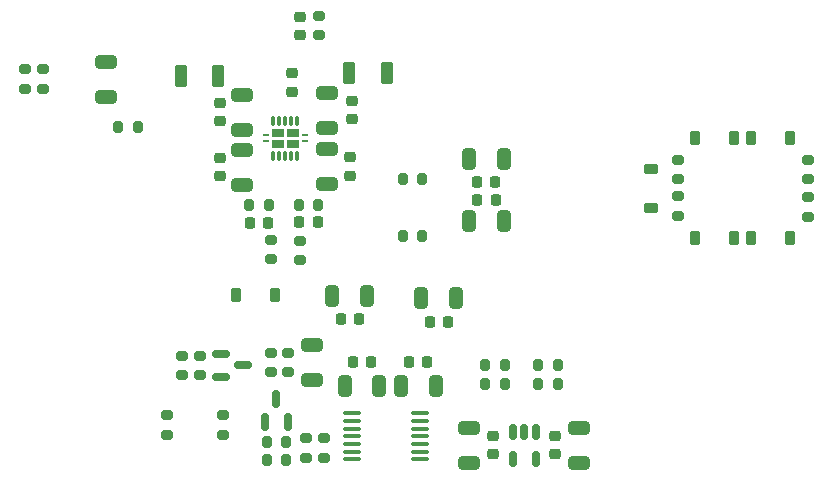
<source format=gbr>
%TF.GenerationSoftware,KiCad,Pcbnew,9.0.0*%
%TF.CreationDate,2025-04-26T17:32:35+02:00*%
%TF.ProjectId,Differential_Probe,44696666-6572-4656-9e74-69616c5f5072,rev?*%
%TF.SameCoordinates,Original*%
%TF.FileFunction,Paste,Bot*%
%TF.FilePolarity,Positive*%
%FSLAX46Y46*%
G04 Gerber Fmt 4.6, Leading zero omitted, Abs format (unit mm)*
G04 Created by KiCad (PCBNEW 9.0.0) date 2025-04-26 17:32:35*
%MOMM*%
%LPD*%
G01*
G04 APERTURE LIST*
G04 Aperture macros list*
%AMRoundRect*
0 Rectangle with rounded corners*
0 $1 Rounding radius*
0 $2 $3 $4 $5 $6 $7 $8 $9 X,Y pos of 4 corners*
0 Add a 4 corners polygon primitive as box body*
4,1,4,$2,$3,$4,$5,$6,$7,$8,$9,$2,$3,0*
0 Add four circle primitives for the rounded corners*
1,1,$1+$1,$2,$3*
1,1,$1+$1,$4,$5*
1,1,$1+$1,$6,$7*
1,1,$1+$1,$8,$9*
0 Add four rect primitives between the rounded corners*
20,1,$1+$1,$2,$3,$4,$5,0*
20,1,$1+$1,$4,$5,$6,$7,0*
20,1,$1+$1,$6,$7,$8,$9,0*
20,1,$1+$1,$8,$9,$2,$3,0*%
G04 Aperture macros list end*
%ADD10RoundRect,0.200000X0.275000X-0.200000X0.275000X0.200000X-0.275000X0.200000X-0.275000X-0.200000X0*%
%ADD11RoundRect,0.200000X-0.275000X0.200000X-0.275000X-0.200000X0.275000X-0.200000X0.275000X0.200000X0*%
%ADD12RoundRect,0.250000X-0.275000X-0.700000X0.275000X-0.700000X0.275000X0.700000X-0.275000X0.700000X0*%
%ADD13RoundRect,0.225000X0.250000X-0.225000X0.250000X0.225000X-0.250000X0.225000X-0.250000X-0.225000X0*%
%ADD14RoundRect,0.250000X0.650000X-0.325000X0.650000X0.325000X-0.650000X0.325000X-0.650000X-0.325000X0*%
%ADD15RoundRect,0.225000X-0.250000X0.225000X-0.250000X-0.225000X0.250000X-0.225000X0.250000X0.225000X0*%
%ADD16RoundRect,0.225000X-0.225000X-0.375000X0.225000X-0.375000X0.225000X0.375000X-0.225000X0.375000X0*%
%ADD17RoundRect,0.250000X-0.325000X-0.650000X0.325000X-0.650000X0.325000X0.650000X-0.325000X0.650000X0*%
%ADD18RoundRect,0.250000X0.275000X0.700000X-0.275000X0.700000X-0.275000X-0.700000X0.275000X-0.700000X0*%
%ADD19RoundRect,0.225000X-0.225000X-0.250000X0.225000X-0.250000X0.225000X0.250000X-0.225000X0.250000X0*%
%ADD20RoundRect,0.200000X-0.200000X-0.275000X0.200000X-0.275000X0.200000X0.275000X-0.200000X0.275000X0*%
%ADD21RoundRect,0.200000X0.200000X0.275000X-0.200000X0.275000X-0.200000X-0.275000X0.200000X-0.275000X0*%
%ADD22RoundRect,0.225000X0.225000X0.250000X-0.225000X0.250000X-0.225000X-0.250000X0.225000X-0.250000X0*%
%ADD23RoundRect,0.225000X0.375000X-0.225000X0.375000X0.225000X-0.375000X0.225000X-0.375000X-0.225000X0*%
%ADD24RoundRect,0.250000X-0.650000X0.325000X-0.650000X-0.325000X0.650000X-0.325000X0.650000X0.325000X0*%
%ADD25RoundRect,0.100000X0.637500X0.100000X-0.637500X0.100000X-0.637500X-0.100000X0.637500X-0.100000X0*%
%ADD26RoundRect,0.250000X0.325000X0.650000X-0.325000X0.650000X-0.325000X-0.650000X0.325000X-0.650000X0*%
%ADD27RoundRect,0.150000X-0.150000X0.512500X-0.150000X-0.512500X0.150000X-0.512500X0.150000X0.512500X0*%
%ADD28RoundRect,0.225000X0.225000X0.375000X-0.225000X0.375000X-0.225000X-0.375000X0.225000X-0.375000X0*%
%ADD29R,0.280000X0.280000*%
%ADD30O,0.280000X0.850000*%
%ADD31R,1.050000X0.680000*%
%ADD32R,0.500000X0.260000*%
%ADD33RoundRect,0.150000X0.150000X-0.587500X0.150000X0.587500X-0.150000X0.587500X-0.150000X-0.587500X0*%
%ADD34RoundRect,0.150000X-0.587500X-0.150000X0.587500X-0.150000X0.587500X0.150000X-0.587500X0.150000X0*%
G04 APERTURE END LIST*
D10*
%TO.C,R140*%
X119500000Y-145875000D03*
X119500000Y-144225000D03*
%TD*%
D11*
%TO.C,R122*%
X169000000Y-125762500D03*
X169000000Y-127412500D03*
%TD*%
D12*
%TO.C,FB103*%
X115925000Y-115500000D03*
X119075000Y-115500000D03*
%TD*%
D13*
%TO.C,C155*%
X147575000Y-147525000D03*
X147575000Y-145975000D03*
%TD*%
D10*
%TO.C,R134*%
X127600000Y-112062500D03*
X127600000Y-110412500D03*
%TD*%
D14*
%TO.C,C157*%
X140325000Y-148237500D03*
X140325000Y-145287500D03*
%TD*%
D15*
%TO.C,C136*%
X130400000Y-117625000D03*
X130400000Y-119175000D03*
%TD*%
D13*
%TO.C,C158*%
X142325000Y-147537500D03*
X142325000Y-145987500D03*
%TD*%
D16*
%TO.C,D103*%
X159450000Y-120750000D03*
X162750000Y-120750000D03*
%TD*%
D17*
%TO.C,C150*%
X128725000Y-134100000D03*
X131675000Y-134100000D03*
%TD*%
D14*
%TO.C,C162*%
X109600000Y-117275000D03*
X109600000Y-114325000D03*
%TD*%
D18*
%TO.C,FB104*%
X133325000Y-115250000D03*
X130175000Y-115250000D03*
%TD*%
D19*
%TO.C,C131*%
X121745000Y-127925000D03*
X123295000Y-127925000D03*
%TD*%
D20*
%TO.C,R130*%
X125895000Y-126425000D03*
X127545000Y-126425000D03*
%TD*%
D10*
%TO.C,R165*%
X126500000Y-147825000D03*
X126500000Y-146175000D03*
%TD*%
D14*
%TO.C,C163*%
X126980000Y-141225000D03*
X126980000Y-138275000D03*
%TD*%
D21*
%TO.C,R154*%
X136325000Y-124200000D03*
X134675000Y-124200000D03*
%TD*%
D13*
%TO.C,C132*%
X125300000Y-116825000D03*
X125300000Y-115275000D03*
%TD*%
D22*
%TO.C,C161*%
X138525000Y-136300000D03*
X136975000Y-136300000D03*
%TD*%
D21*
%TO.C,R127*%
X123345000Y-126395000D03*
X121695000Y-126395000D03*
%TD*%
D23*
%TO.C,D105*%
X155750000Y-126650000D03*
X155750000Y-123350000D03*
%TD*%
D24*
%TO.C,C137*%
X128250000Y-116925000D03*
X128250000Y-119875000D03*
%TD*%
D25*
%TO.C,U104*%
X136112500Y-144050000D03*
X136112500Y-144700000D03*
X136112500Y-145350000D03*
X136112500Y-146000000D03*
X136112500Y-146650000D03*
X136112500Y-147300000D03*
X136112500Y-147950000D03*
X130387500Y-147950000D03*
X130387500Y-147300000D03*
X130387500Y-146650000D03*
X130387500Y-146000000D03*
X130387500Y-145350000D03*
X130387500Y-144700000D03*
X130387500Y-144050000D03*
%TD*%
D26*
%TO.C,C165*%
X137475000Y-141750000D03*
X134525000Y-141750000D03*
%TD*%
D11*
%TO.C,R164*%
X128000000Y-146175000D03*
X128000000Y-147825000D03*
%TD*%
%TO.C,R124*%
X158000000Y-122587500D03*
X158000000Y-124237500D03*
%TD*%
D10*
%TO.C,R162*%
X123500000Y-140575000D03*
X123500000Y-138925000D03*
%TD*%
D13*
%TO.C,C135*%
X130250000Y-123925000D03*
X130250000Y-122375000D03*
%TD*%
D16*
%TO.C,D104*%
X164200000Y-120750000D03*
X167500000Y-120750000D03*
%TD*%
D20*
%TO.C,R157*%
X146150000Y-141600000D03*
X147800000Y-141600000D03*
%TD*%
D24*
%TO.C,C128*%
X121100000Y-117075000D03*
X121100000Y-120025000D03*
%TD*%
D27*
%TO.C,U106*%
X144050000Y-145612500D03*
X145000000Y-145612500D03*
X145950000Y-145612500D03*
X145950000Y-147887500D03*
X144050000Y-147887500D03*
%TD*%
D19*
%TO.C,C164*%
X130475000Y-139750000D03*
X132025000Y-139750000D03*
%TD*%
D11*
%TO.C,R121*%
X158000000Y-125662500D03*
X158000000Y-127312500D03*
%TD*%
D15*
%TO.C,C127*%
X119200000Y-117775000D03*
X119200000Y-119325000D03*
%TD*%
D22*
%TO.C,C166*%
X136775000Y-139750000D03*
X135225000Y-139750000D03*
%TD*%
D11*
%TO.C,R152*%
X104260000Y-114925000D03*
X104260000Y-116575000D03*
%TD*%
D16*
%TO.C,D106*%
X159450000Y-129250000D03*
X162750000Y-129250000D03*
%TD*%
D11*
%TO.C,R151*%
X102750000Y-114925000D03*
X102750000Y-116575000D03*
%TD*%
D17*
%TO.C,C159*%
X129775000Y-141750000D03*
X132725000Y-141750000D03*
%TD*%
D28*
%TO.C,D110*%
X123900000Y-134000000D03*
X120600000Y-134000000D03*
%TD*%
D29*
%TO.C,U101*%
X123750000Y-119015000D03*
D30*
X123750000Y-119300000D03*
D29*
X124250000Y-119015000D03*
D30*
X124250000Y-119300000D03*
D29*
X124750000Y-119015000D03*
D30*
X124750000Y-119300000D03*
D29*
X125250000Y-119015000D03*
D30*
X125250000Y-119300000D03*
D29*
X125750000Y-119015000D03*
D30*
X125750000Y-119300000D03*
X125750000Y-122250000D03*
D29*
X125750000Y-122535000D03*
D30*
X125250000Y-122250000D03*
D29*
X125250000Y-122535000D03*
D30*
X124750000Y-122250000D03*
D29*
X124750000Y-122535000D03*
D30*
X124250000Y-122250000D03*
D29*
X124250000Y-122535000D03*
D30*
X123750000Y-122250000D03*
D29*
X123750000Y-122535000D03*
D31*
X125385000Y-120325000D03*
X124115000Y-120325000D03*
D32*
X126380000Y-120525000D03*
X123120000Y-120525000D03*
X126380000Y-121025000D03*
X123120000Y-121025000D03*
D31*
X125385000Y-121225000D03*
X124115000Y-121225000D03*
%TD*%
D21*
%TO.C,R166*%
X124825000Y-146500000D03*
X123175000Y-146500000D03*
%TD*%
D22*
%TO.C,C156*%
X142525000Y-124500000D03*
X140975000Y-124500000D03*
%TD*%
D13*
%TO.C,C130*%
X119220000Y-124000000D03*
X119220000Y-122450000D03*
%TD*%
D26*
%TO.C,C154*%
X143225000Y-122500000D03*
X140275000Y-122500000D03*
%TD*%
D15*
%TO.C,C144*%
X125952500Y-110462500D03*
X125952500Y-112012500D03*
%TD*%
D11*
%TO.C,R125*%
X169000000Y-122587500D03*
X169000000Y-124237500D03*
%TD*%
D26*
%TO.C,C153*%
X139200000Y-134300000D03*
X136250000Y-134300000D03*
%TD*%
D10*
%TO.C,R129*%
X126000000Y-131075000D03*
X126000000Y-129425000D03*
%TD*%
D33*
%TO.C,Q101*%
X124950000Y-144750000D03*
X123050000Y-144750000D03*
X124000000Y-142875000D03*
%TD*%
D21*
%TO.C,R153*%
X112250000Y-119800000D03*
X110600000Y-119800000D03*
%TD*%
%TO.C,R150*%
X147825000Y-140000000D03*
X146175000Y-140000000D03*
%TD*%
D19*
%TO.C,C133*%
X125945000Y-127885000D03*
X127495000Y-127885000D03*
%TD*%
%TO.C,C152*%
X129450000Y-136100000D03*
X131000000Y-136100000D03*
%TD*%
D10*
%TO.C,R163*%
X125000000Y-140575000D03*
X125000000Y-138925000D03*
%TD*%
D26*
%TO.C,C148*%
X143225000Y-127750000D03*
X140275000Y-127750000D03*
%TD*%
D21*
%TO.C,R101*%
X136325000Y-129000000D03*
X134675000Y-129000000D03*
%TD*%
D20*
%TO.C,R155*%
X123175000Y-148000000D03*
X124825000Y-148000000D03*
%TD*%
D21*
%TO.C,R148*%
X143325000Y-140000000D03*
X141675000Y-140000000D03*
%TD*%
D34*
%TO.C,Q102*%
X119312500Y-140950000D03*
X119312500Y-139050000D03*
X121187500Y-140000000D03*
%TD*%
D14*
%TO.C,C160*%
X149575000Y-148225000D03*
X149575000Y-145275000D03*
%TD*%
D22*
%TO.C,C149*%
X142550000Y-125990000D03*
X141000000Y-125990000D03*
%TD*%
D16*
%TO.C,D107*%
X164200000Y-129250000D03*
X167500000Y-129250000D03*
%TD*%
D11*
%TO.C,R128*%
X123500000Y-129350000D03*
X123500000Y-131000000D03*
%TD*%
D10*
%TO.C,R102*%
X114700000Y-145875000D03*
X114700000Y-144225000D03*
%TD*%
D14*
%TO.C,C129*%
X121100000Y-124725000D03*
X121100000Y-121775000D03*
%TD*%
%TO.C,C134*%
X128250000Y-124625000D03*
X128250000Y-121675000D03*
%TD*%
D20*
%TO.C,R158*%
X141675000Y-141600000D03*
X143325000Y-141600000D03*
%TD*%
D10*
%TO.C,R160*%
X117500000Y-140825000D03*
X117500000Y-139175000D03*
%TD*%
D11*
%TO.C,R161*%
X116000000Y-139175000D03*
X116000000Y-140825000D03*
%TD*%
M02*

</source>
